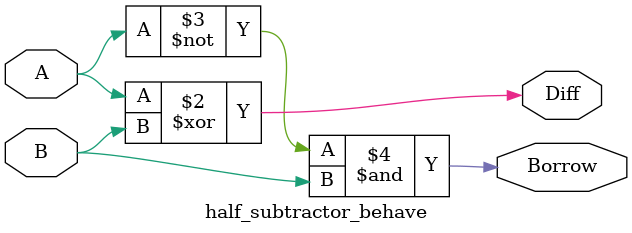
<source format=sv>
module half_subtractor_behave(
  input A, B,
  output reg Diff, Borrow
);
  always@(*)begin
    Diff= A^B;
    Borrow= (~A)&B;
  end
endmodule


</source>
